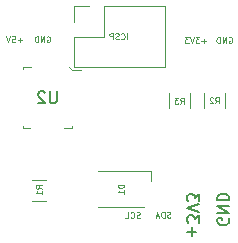
<source format=gbr>
G04 #@! TF.GenerationSoftware,KiCad,Pcbnew,(5.1.2-1)-1*
G04 #@! TF.CreationDate,2019-09-06T23:38:15-06:00*
G04 #@! TF.ProjectId,DC435,44433433-352e-46b6-9963-61645f706362,rev?*
G04 #@! TF.SameCoordinates,Original*
G04 #@! TF.FileFunction,Legend,Bot*
G04 #@! TF.FilePolarity,Positive*
%FSLAX46Y46*%
G04 Gerber Fmt 4.6, Leading zero omitted, Abs format (unit mm)*
G04 Created by KiCad (PCBNEW (5.1.2-1)-1) date 2019-09-06 23:38:15*
%MOMM*%
%LPD*%
G04 APERTURE LIST*
%ADD10C,0.120000*%
%ADD11C,0.100000*%
%ADD12C,0.062500*%
%ADD13C,0.150000*%
%ADD14C,0.125000*%
G04 APERTURE END LIST*
D10*
X152175760Y-94591000D02*
X148275760Y-94591000D01*
X152725804Y-91591000D02*
X148275760Y-91591000D01*
X152725760Y-92391000D02*
X152725760Y-91591000D01*
X153943360Y-77582720D02*
X153943360Y-82782720D01*
X148803360Y-77582720D02*
X153943360Y-77582720D01*
X146203360Y-82782720D02*
X153943360Y-82782720D01*
X148803360Y-77582720D02*
X148803360Y-80182720D01*
X148803360Y-80182720D02*
X146203360Y-80182720D01*
X146203360Y-80182720D02*
X146203360Y-82782720D01*
X147533360Y-77582720D02*
X146203360Y-77582720D01*
X146203360Y-77582720D02*
X146203360Y-78912720D01*
X154253520Y-86200064D02*
X154253520Y-84995936D01*
X156073520Y-86200064D02*
X156073520Y-84995936D01*
X157235480Y-86200064D02*
X157235480Y-84995936D01*
X159055480Y-86200064D02*
X159055480Y-84995936D01*
X143883464Y-94117840D02*
X142679336Y-94117840D01*
X143883464Y-92297840D02*
X142679336Y-92297840D01*
D11*
X146107840Y-83018920D02*
X146807840Y-83018920D01*
X145807840Y-82718920D02*
X146107840Y-83018920D01*
X141907840Y-82738920D02*
X141907840Y-82938920D01*
X142607840Y-82738920D02*
X141907840Y-82738920D01*
X141907840Y-87938920D02*
X142507840Y-87938920D01*
X141907840Y-87738920D02*
X141907840Y-87938920D01*
X146107840Y-87938920D02*
X145407840Y-87938920D01*
X146107840Y-87738920D02*
X146107840Y-87938920D01*
D12*
X151821758Y-95508260D02*
X151750329Y-95532070D01*
X151631281Y-95532070D01*
X151583662Y-95508260D01*
X151559853Y-95484451D01*
X151536043Y-95436832D01*
X151536043Y-95389213D01*
X151559853Y-95341594D01*
X151583662Y-95317784D01*
X151631281Y-95293975D01*
X151726520Y-95270165D01*
X151774139Y-95246356D01*
X151797948Y-95222546D01*
X151821758Y-95174927D01*
X151821758Y-95127308D01*
X151797948Y-95079689D01*
X151774139Y-95055880D01*
X151726520Y-95032070D01*
X151607472Y-95032070D01*
X151536043Y-95055880D01*
X151036043Y-95484451D02*
X151059853Y-95508260D01*
X151131281Y-95532070D01*
X151178900Y-95532070D01*
X151250329Y-95508260D01*
X151297948Y-95460641D01*
X151321758Y-95413022D01*
X151345567Y-95317784D01*
X151345567Y-95246356D01*
X151321758Y-95151118D01*
X151297948Y-95103499D01*
X151250329Y-95055880D01*
X151178900Y-95032070D01*
X151131281Y-95032070D01*
X151059853Y-95055880D01*
X151036043Y-95079689D01*
X150583662Y-95532070D02*
X150821758Y-95532070D01*
X150821758Y-95032070D01*
X154404142Y-95477780D02*
X154332714Y-95501590D01*
X154213666Y-95501590D01*
X154166047Y-95477780D01*
X154142238Y-95453971D01*
X154118428Y-95406352D01*
X154118428Y-95358733D01*
X154142238Y-95311114D01*
X154166047Y-95287304D01*
X154213666Y-95263495D01*
X154308904Y-95239685D01*
X154356523Y-95215876D01*
X154380333Y-95192066D01*
X154404142Y-95144447D01*
X154404142Y-95096828D01*
X154380333Y-95049209D01*
X154356523Y-95025400D01*
X154308904Y-95001590D01*
X154189857Y-95001590D01*
X154118428Y-95025400D01*
X153904142Y-95501590D02*
X153904142Y-95001590D01*
X153785095Y-95001590D01*
X153713666Y-95025400D01*
X153666047Y-95073019D01*
X153642238Y-95120638D01*
X153618428Y-95215876D01*
X153618428Y-95287304D01*
X153642238Y-95382542D01*
X153666047Y-95430161D01*
X153713666Y-95477780D01*
X153785095Y-95501590D01*
X153904142Y-95501590D01*
X153427952Y-95358733D02*
X153189857Y-95358733D01*
X153475571Y-95501590D02*
X153308904Y-95001590D01*
X153142238Y-95501590D01*
D13*
X156214771Y-97093184D02*
X156214771Y-96331280D01*
X155833819Y-96712232D02*
X156595723Y-96712232D01*
X156833819Y-95950327D02*
X156833819Y-95331280D01*
X156452866Y-95664613D01*
X156452866Y-95521756D01*
X156405247Y-95426518D01*
X156357628Y-95378899D01*
X156262390Y-95331280D01*
X156024295Y-95331280D01*
X155929057Y-95378899D01*
X155881438Y-95426518D01*
X155833819Y-95521756D01*
X155833819Y-95807470D01*
X155881438Y-95902708D01*
X155929057Y-95950327D01*
X156833819Y-95045565D02*
X155833819Y-94712232D01*
X156833819Y-94378899D01*
X156833819Y-94140803D02*
X156833819Y-93521756D01*
X156452866Y-93855089D01*
X156452866Y-93712232D01*
X156405247Y-93616994D01*
X156357628Y-93569375D01*
X156262390Y-93521756D01*
X156024295Y-93521756D01*
X155929057Y-93569375D01*
X155881438Y-93616994D01*
X155833819Y-93712232D01*
X155833819Y-93997946D01*
X155881438Y-94093184D01*
X155929057Y-94140803D01*
X159326200Y-95585184D02*
X159373819Y-95680422D01*
X159373819Y-95823280D01*
X159326200Y-95966137D01*
X159230961Y-96061375D01*
X159135723Y-96108994D01*
X158945247Y-96156613D01*
X158802390Y-96156613D01*
X158611914Y-96108994D01*
X158516676Y-96061375D01*
X158421438Y-95966137D01*
X158373819Y-95823280D01*
X158373819Y-95728041D01*
X158421438Y-95585184D01*
X158469057Y-95537565D01*
X158802390Y-95537565D01*
X158802390Y-95728041D01*
X158373819Y-95108994D02*
X159373819Y-95108994D01*
X158373819Y-94537565D01*
X159373819Y-94537565D01*
X158373819Y-94061375D02*
X159373819Y-94061375D01*
X159373819Y-93823280D01*
X159326200Y-93680422D01*
X159230961Y-93585184D01*
X159135723Y-93537565D01*
X158945247Y-93489946D01*
X158802390Y-93489946D01*
X158611914Y-93537565D01*
X158516676Y-93585184D01*
X158421438Y-93680422D01*
X158373819Y-93823280D01*
X158373819Y-94061375D01*
D14*
X159349392Y-80257840D02*
X159397011Y-80234030D01*
X159468440Y-80234030D01*
X159539868Y-80257840D01*
X159587487Y-80305459D01*
X159611297Y-80353078D01*
X159635106Y-80448316D01*
X159635106Y-80519744D01*
X159611297Y-80614982D01*
X159587487Y-80662601D01*
X159539868Y-80710220D01*
X159468440Y-80734030D01*
X159420820Y-80734030D01*
X159349392Y-80710220D01*
X159325582Y-80686411D01*
X159325582Y-80519744D01*
X159420820Y-80519744D01*
X159111297Y-80734030D02*
X159111297Y-80234030D01*
X158825582Y-80734030D01*
X158825582Y-80234030D01*
X158587487Y-80734030D02*
X158587487Y-80234030D01*
X158468440Y-80234030D01*
X158397011Y-80257840D01*
X158349392Y-80305459D01*
X158325582Y-80353078D01*
X158301773Y-80448316D01*
X158301773Y-80519744D01*
X158325582Y-80614982D01*
X158349392Y-80662601D01*
X158397011Y-80710220D01*
X158468440Y-80734030D01*
X158587487Y-80734030D01*
X157416072Y-80543554D02*
X157035120Y-80543554D01*
X157225596Y-80734030D02*
X157225596Y-80353078D01*
X156844643Y-80234030D02*
X156535120Y-80234030D01*
X156701786Y-80424506D01*
X156630358Y-80424506D01*
X156582739Y-80448316D01*
X156558929Y-80472125D01*
X156535120Y-80519744D01*
X156535120Y-80638792D01*
X156558929Y-80686411D01*
X156582739Y-80710220D01*
X156630358Y-80734030D01*
X156773215Y-80734030D01*
X156820834Y-80710220D01*
X156844643Y-80686411D01*
X156392262Y-80234030D02*
X156225596Y-80734030D01*
X156058929Y-80234030D01*
X155939881Y-80234030D02*
X155630358Y-80234030D01*
X155797024Y-80424506D01*
X155725596Y-80424506D01*
X155677977Y-80448316D01*
X155654167Y-80472125D01*
X155630358Y-80519744D01*
X155630358Y-80638792D01*
X155654167Y-80686411D01*
X155677977Y-80710220D01*
X155725596Y-80734030D01*
X155868453Y-80734030D01*
X155916072Y-80710220D01*
X155939881Y-80686411D01*
X143956992Y-80181640D02*
X144004611Y-80157830D01*
X144076040Y-80157830D01*
X144147468Y-80181640D01*
X144195087Y-80229259D01*
X144218897Y-80276878D01*
X144242706Y-80372116D01*
X144242706Y-80443544D01*
X144218897Y-80538782D01*
X144195087Y-80586401D01*
X144147468Y-80634020D01*
X144076040Y-80657830D01*
X144028420Y-80657830D01*
X143956992Y-80634020D01*
X143933182Y-80610211D01*
X143933182Y-80443544D01*
X144028420Y-80443544D01*
X143718897Y-80657830D02*
X143718897Y-80157830D01*
X143433182Y-80657830D01*
X143433182Y-80157830D01*
X143195087Y-80657830D02*
X143195087Y-80157830D01*
X143076040Y-80157830D01*
X143004611Y-80181640D01*
X142956992Y-80229259D01*
X142933182Y-80276878D01*
X142909373Y-80372116D01*
X142909373Y-80443544D01*
X142933182Y-80538782D01*
X142956992Y-80586401D01*
X143004611Y-80634020D01*
X143076040Y-80657830D01*
X143195087Y-80657830D01*
X141877017Y-80467354D02*
X141496064Y-80467354D01*
X141686540Y-80657830D02*
X141686540Y-80276878D01*
X141019874Y-80157830D02*
X141257969Y-80157830D01*
X141281779Y-80395925D01*
X141257969Y-80372116D01*
X141210350Y-80348306D01*
X141091302Y-80348306D01*
X141043683Y-80372116D01*
X141019874Y-80395925D01*
X140996064Y-80443544D01*
X140996064Y-80562592D01*
X141019874Y-80610211D01*
X141043683Y-80634020D01*
X141091302Y-80657830D01*
X141210350Y-80657830D01*
X141257969Y-80634020D01*
X141281779Y-80610211D01*
X140853207Y-80157830D02*
X140686540Y-80657830D01*
X140519874Y-80157830D01*
X150457030Y-92711792D02*
X149957030Y-92711792D01*
X149957030Y-92830840D01*
X149980840Y-92902268D01*
X150028459Y-92949887D01*
X150076078Y-92973697D01*
X150171316Y-92997506D01*
X150242744Y-92997506D01*
X150337982Y-92973697D01*
X150385601Y-92949887D01*
X150433220Y-92902268D01*
X150457030Y-92830840D01*
X150457030Y-92711792D01*
X150457030Y-93473697D02*
X150457030Y-93187982D01*
X150457030Y-93330840D02*
X149957030Y-93330840D01*
X150028459Y-93283220D01*
X150076078Y-93235601D01*
X150099887Y-93187982D01*
X150745415Y-80403830D02*
X150745415Y-79903830D01*
X150221605Y-80356211D02*
X150245415Y-80380020D01*
X150316843Y-80403830D01*
X150364462Y-80403830D01*
X150435891Y-80380020D01*
X150483510Y-80332401D01*
X150507320Y-80284782D01*
X150531129Y-80189544D01*
X150531129Y-80118116D01*
X150507320Y-80022878D01*
X150483510Y-79975259D01*
X150435891Y-79927640D01*
X150364462Y-79903830D01*
X150316843Y-79903830D01*
X150245415Y-79927640D01*
X150221605Y-79951449D01*
X150031129Y-80380020D02*
X149959700Y-80403830D01*
X149840653Y-80403830D01*
X149793034Y-80380020D01*
X149769224Y-80356211D01*
X149745415Y-80308592D01*
X149745415Y-80260973D01*
X149769224Y-80213354D01*
X149793034Y-80189544D01*
X149840653Y-80165735D01*
X149935891Y-80141925D01*
X149983510Y-80118116D01*
X150007320Y-80094306D01*
X150031129Y-80046687D01*
X150031129Y-79999068D01*
X150007320Y-79951449D01*
X149983510Y-79927640D01*
X149935891Y-79903830D01*
X149816843Y-79903830D01*
X149745415Y-79927640D01*
X149531129Y-80403830D02*
X149531129Y-79903830D01*
X149340653Y-79903830D01*
X149293034Y-79927640D01*
X149269224Y-79951449D01*
X149245415Y-79999068D01*
X149245415Y-80070497D01*
X149269224Y-80118116D01*
X149293034Y-80141925D01*
X149340653Y-80165735D01*
X149531129Y-80165735D01*
X155246853Y-85874990D02*
X155413520Y-85636895D01*
X155532567Y-85874990D02*
X155532567Y-85374990D01*
X155342091Y-85374990D01*
X155294472Y-85398800D01*
X155270662Y-85422609D01*
X155246853Y-85470228D01*
X155246853Y-85541657D01*
X155270662Y-85589276D01*
X155294472Y-85613085D01*
X155342091Y-85636895D01*
X155532567Y-85636895D01*
X155080186Y-85374990D02*
X154770662Y-85374990D01*
X154937329Y-85565466D01*
X154865900Y-85565466D01*
X154818281Y-85589276D01*
X154794472Y-85613085D01*
X154770662Y-85660704D01*
X154770662Y-85779752D01*
X154794472Y-85827371D01*
X154818281Y-85851180D01*
X154865900Y-85874990D01*
X155008758Y-85874990D01*
X155056377Y-85851180D01*
X155080186Y-85827371D01*
X158193253Y-85839430D02*
X158359920Y-85601335D01*
X158478967Y-85839430D02*
X158478967Y-85339430D01*
X158288491Y-85339430D01*
X158240872Y-85363240D01*
X158217062Y-85387049D01*
X158193253Y-85434668D01*
X158193253Y-85506097D01*
X158217062Y-85553716D01*
X158240872Y-85577525D01*
X158288491Y-85601335D01*
X158478967Y-85601335D01*
X158002777Y-85387049D02*
X157978967Y-85363240D01*
X157931348Y-85339430D01*
X157812300Y-85339430D01*
X157764681Y-85363240D01*
X157740872Y-85387049D01*
X157717062Y-85434668D01*
X157717062Y-85482287D01*
X157740872Y-85553716D01*
X158026586Y-85839430D01*
X157717062Y-85839430D01*
X143507590Y-93068626D02*
X143269495Y-92901960D01*
X143507590Y-92782912D02*
X143007590Y-92782912D01*
X143007590Y-92973388D01*
X143031400Y-93021007D01*
X143055209Y-93044817D01*
X143102828Y-93068626D01*
X143174257Y-93068626D01*
X143221876Y-93044817D01*
X143245685Y-93021007D01*
X143269495Y-92973388D01*
X143269495Y-92782912D01*
X143507590Y-93544817D02*
X143507590Y-93259102D01*
X143507590Y-93401960D02*
X143007590Y-93401960D01*
X143079019Y-93354340D01*
X143126638Y-93306721D01*
X143150447Y-93259102D01*
D13*
X144769744Y-84831940D02*
X144769744Y-85641464D01*
X144722125Y-85736702D01*
X144674506Y-85784321D01*
X144579268Y-85831940D01*
X144388792Y-85831940D01*
X144293554Y-85784321D01*
X144245935Y-85736702D01*
X144198316Y-85641464D01*
X144198316Y-84831940D01*
X143769744Y-84927179D02*
X143722125Y-84879560D01*
X143626887Y-84831940D01*
X143388792Y-84831940D01*
X143293554Y-84879560D01*
X143245935Y-84927179D01*
X143198316Y-85022417D01*
X143198316Y-85117655D01*
X143245935Y-85260512D01*
X143817363Y-85831940D01*
X143198316Y-85831940D01*
M02*

</source>
